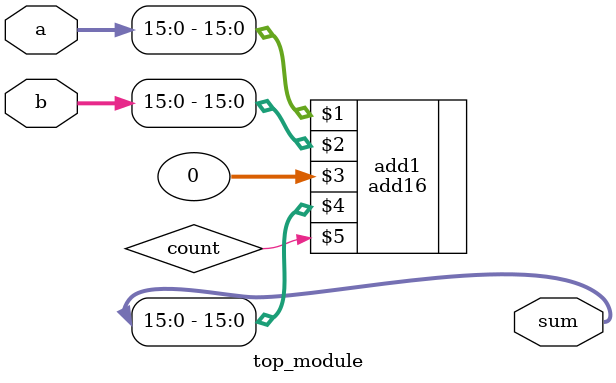
<source format=v>
module top_module(
    input [31:0] a,
    input [31:0] b,
    output [31:0] sum
);
    wire count;
    add16 add1(a[15:0],b[15:0],0,sum[15:0],count);

endmodule

</source>
